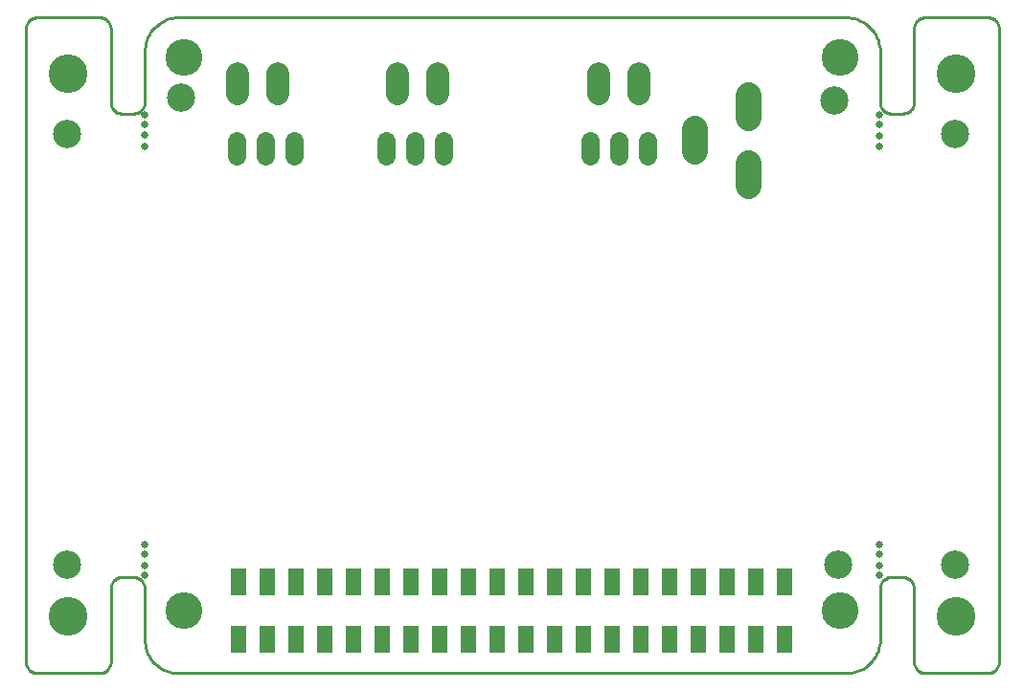
<source format=gbr>
G04 EAGLE Gerber RS-274X export*
G75*
%MOIN*%
%FSLAX34Y34*%
%LPD*%
%INSoldermask Bottom*%
%IPPOS*%
%AMOC8*
5,1,8,0,0,1.08239X$1,22.5*%
G01*
%ADD10C,0.128110*%
%ADD11C,0.025000*%
%ADD12C,0.135000*%
%ADD13C,0.098425*%
%ADD14C,0.089118*%
%ADD15C,0.064000*%
%ADD16R,0.054016X0.094173*%
%ADD17C,0.080866*%
%ADD18C,0.010000*%


D10*
X1378Y1378D03*
X24213Y1378D03*
X1378Y20669D03*
X24213Y20669D03*
D11*
X0Y2609D03*
X0Y2953D03*
X0Y3346D03*
X0Y3690D03*
X0Y17570D03*
X0Y18651D03*
X0Y18307D03*
X0Y17963D03*
D12*
X-2657Y1181D03*
X-2657Y20079D03*
D11*
X25579Y2609D03*
X25579Y2953D03*
X25579Y3346D03*
X25579Y3690D03*
D12*
X28248Y1181D03*
X28248Y20079D03*
D11*
X25579Y17570D03*
X25579Y18651D03*
X25579Y18307D03*
X25579Y17913D03*
D13*
X24120Y3000D03*
X24000Y19140D03*
D14*
X19140Y18176D02*
X19140Y17384D01*
X20990Y18566D02*
X20990Y19357D01*
X20990Y16994D02*
X20990Y16203D01*
D13*
X-2700Y3000D03*
X-2700Y18000D03*
D15*
X17500Y17770D02*
X17500Y17230D01*
X16500Y17230D02*
X16500Y17770D01*
X15500Y17770D02*
X15500Y17230D01*
X5200Y17230D02*
X5200Y17770D01*
X4200Y17770D02*
X4200Y17230D01*
X3200Y17230D02*
X3200Y17770D01*
X10400Y17770D02*
X10400Y17230D01*
X9400Y17230D02*
X9400Y17770D01*
X8400Y17770D02*
X8400Y17230D01*
D16*
X22280Y2375D03*
X22280Y385D03*
X21280Y2375D03*
X21280Y385D03*
X20280Y2375D03*
X20280Y385D03*
X19280Y2375D03*
X19280Y385D03*
X18280Y2375D03*
X18280Y385D03*
X17280Y2375D03*
X17280Y385D03*
X16280Y2375D03*
X16280Y385D03*
X15280Y2375D03*
X15280Y385D03*
X14280Y2375D03*
X14280Y385D03*
X13280Y2375D03*
X13280Y385D03*
X12280Y2375D03*
X12280Y385D03*
X11280Y2375D03*
X11280Y385D03*
X10280Y2375D03*
X10280Y385D03*
X9280Y2375D03*
X9280Y385D03*
X8280Y2375D03*
X8280Y385D03*
X7280Y2375D03*
X7280Y385D03*
X6280Y2375D03*
X6280Y385D03*
X5280Y2375D03*
X5280Y385D03*
X4280Y2375D03*
X4280Y385D03*
X3280Y2375D03*
X3280Y385D03*
D13*
X1260Y19260D03*
D17*
X17189Y19396D02*
X17189Y20104D01*
X15811Y20104D02*
X15811Y19396D01*
X4619Y19396D02*
X4619Y20104D01*
X3241Y20104D02*
X3241Y19396D01*
X10189Y19396D02*
X10189Y20104D01*
X8811Y20104D02*
X8811Y19396D01*
D13*
X28200Y3000D03*
X28200Y18000D03*
D18*
X-4134Y-394D02*
X-4132Y-428D01*
X-4128Y-462D01*
X-4120Y-496D01*
X-4110Y-528D01*
X-4097Y-560D01*
X-4081Y-591D01*
X-4063Y-620D01*
X-4042Y-647D01*
X-4019Y-672D01*
X-3993Y-695D01*
X-3966Y-716D01*
X-3937Y-735D01*
X-3907Y-751D01*
X-3875Y-764D01*
X-3842Y-774D01*
X-3809Y-781D01*
X-3774Y-786D01*
X-3740Y-787D01*
X-1575Y-787D01*
X-1540Y-786D01*
X-1506Y-781D01*
X-1473Y-774D01*
X-1440Y-764D01*
X-1408Y-751D01*
X-1378Y-735D01*
X-1349Y-716D01*
X-1322Y-695D01*
X-1296Y-672D01*
X-1273Y-647D01*
X-1252Y-620D01*
X-1234Y-591D01*
X-1218Y-560D01*
X-1205Y-528D01*
X-1195Y-496D01*
X-1187Y-462D01*
X-1183Y-428D01*
X-1181Y-394D01*
X-1181Y2165D01*
X-1180Y2200D01*
X-1175Y2234D01*
X-1168Y2267D01*
X-1157Y2300D01*
X-1144Y2332D01*
X-1128Y2362D01*
X-1110Y2391D01*
X-1089Y2418D01*
X-1066Y2444D01*
X-1040Y2467D01*
X-1013Y2488D01*
X-984Y2506D01*
X-954Y2522D01*
X-922Y2535D01*
X-889Y2546D01*
X-856Y2553D01*
X-822Y2558D01*
X-787Y2559D01*
X-394Y2559D01*
X-359Y2558D01*
X-325Y2553D01*
X-292Y2546D01*
X-259Y2535D01*
X-227Y2522D01*
X-197Y2506D01*
X-168Y2488D01*
X-141Y2467D01*
X-115Y2444D01*
X-92Y2418D01*
X-71Y2391D01*
X-53Y2362D01*
X-37Y2332D01*
X-24Y2300D01*
X-13Y2267D01*
X-6Y2234D01*
X-1Y2200D01*
X0Y2165D01*
X0Y394D01*
X4Y291D01*
X18Y189D01*
X40Y88D01*
X71Y-10D01*
X111Y-105D01*
X158Y-197D01*
X214Y-284D01*
X276Y-365D01*
X346Y-441D01*
X422Y-511D01*
X504Y-574D01*
X591Y-629D01*
X682Y-677D01*
X777Y-716D01*
X875Y-747D01*
X976Y-769D01*
X1078Y-783D01*
X1181Y-787D01*
X24409Y-787D01*
X24512Y-783D01*
X24615Y-769D01*
X24715Y-747D01*
X24813Y-716D01*
X24909Y-677D01*
X25000Y-629D01*
X25087Y-574D01*
X25169Y-511D01*
X25245Y-441D01*
X25314Y-365D01*
X25377Y-284D01*
X25432Y-197D01*
X25480Y-105D01*
X25519Y-10D01*
X25550Y88D01*
X25573Y189D01*
X25586Y291D01*
X25591Y394D01*
X25591Y2165D01*
X25592Y2200D01*
X25597Y2234D01*
X25604Y2267D01*
X25614Y2300D01*
X25627Y2332D01*
X25643Y2362D01*
X25662Y2391D01*
X25683Y2418D01*
X25706Y2444D01*
X25731Y2467D01*
X25758Y2488D01*
X25787Y2506D01*
X25818Y2522D01*
X25850Y2535D01*
X25882Y2546D01*
X25916Y2553D01*
X25950Y2558D01*
X25984Y2559D01*
X26378Y2559D01*
X26412Y2558D01*
X26446Y2553D01*
X26480Y2546D01*
X26513Y2535D01*
X26544Y2522D01*
X26575Y2506D01*
X26604Y2488D01*
X26631Y2467D01*
X26656Y2444D01*
X26680Y2418D01*
X26700Y2391D01*
X26719Y2362D01*
X26735Y2332D01*
X26748Y2300D01*
X26758Y2267D01*
X26766Y2234D01*
X26770Y2200D01*
X26772Y2165D01*
X26772Y-394D01*
X26773Y-428D01*
X26778Y-462D01*
X26785Y-496D01*
X26795Y-528D01*
X26809Y-560D01*
X26824Y-591D01*
X26843Y-620D01*
X26864Y-647D01*
X26887Y-672D01*
X26912Y-695D01*
X26940Y-716D01*
X26969Y-735D01*
X26999Y-751D01*
X27031Y-764D01*
X27063Y-774D01*
X27097Y-781D01*
X27131Y-786D01*
X27165Y-787D01*
X29331Y-787D01*
X29365Y-786D01*
X29399Y-781D01*
X29433Y-774D01*
X29465Y-764D01*
X29497Y-751D01*
X29528Y-735D01*
X29557Y-716D01*
X29584Y-695D01*
X29609Y-672D01*
X29632Y-647D01*
X29653Y-620D01*
X29672Y-591D01*
X29688Y-560D01*
X29701Y-528D01*
X29711Y-496D01*
X29718Y-462D01*
X29723Y-428D01*
X29724Y-394D01*
X29724Y21654D01*
X29723Y21688D01*
X29718Y21722D01*
X29711Y21755D01*
X29701Y21788D01*
X29688Y21820D01*
X29672Y21850D01*
X29653Y21879D01*
X29632Y21907D01*
X29609Y21932D01*
X29584Y21955D01*
X29557Y21976D01*
X29528Y21994D01*
X29497Y22010D01*
X29465Y22024D01*
X29433Y22034D01*
X29399Y22041D01*
X29365Y22046D01*
X29331Y22047D01*
X27165Y22047D01*
X27131Y22046D01*
X27097Y22041D01*
X27063Y22034D01*
X27031Y22024D01*
X26999Y22010D01*
X26969Y21994D01*
X26940Y21976D01*
X26912Y21955D01*
X26887Y21932D01*
X26864Y21907D01*
X26843Y21879D01*
X26824Y21850D01*
X26809Y21820D01*
X26795Y21788D01*
X26785Y21755D01*
X26778Y21722D01*
X26773Y21688D01*
X26772Y21654D01*
X26772Y19094D01*
X26770Y19060D01*
X26766Y19026D01*
X26758Y18993D01*
X26748Y18960D01*
X26735Y18928D01*
X26719Y18898D01*
X26700Y18869D01*
X26680Y18841D01*
X26656Y18816D01*
X26631Y18793D01*
X26604Y18772D01*
X26575Y18754D01*
X26544Y18738D01*
X26513Y18725D01*
X26480Y18714D01*
X26446Y18707D01*
X26412Y18702D01*
X26378Y18701D01*
X25984Y18701D01*
X25950Y18702D01*
X25916Y18707D01*
X25882Y18714D01*
X25850Y18725D01*
X25818Y18738D01*
X25787Y18754D01*
X25758Y18772D01*
X25731Y18793D01*
X25706Y18816D01*
X25683Y18841D01*
X25662Y18869D01*
X25643Y18898D01*
X25627Y18928D01*
X25614Y18960D01*
X25604Y18993D01*
X25597Y19026D01*
X25592Y19060D01*
X25591Y19094D01*
X25591Y20866D01*
X25586Y20969D01*
X25573Y21071D01*
X25550Y21172D01*
X25519Y21270D01*
X25480Y21365D01*
X25432Y21457D01*
X25377Y21544D01*
X25314Y21625D01*
X25245Y21701D01*
X25169Y21771D01*
X25087Y21834D01*
X25000Y21889D01*
X24909Y21937D01*
X24813Y21976D01*
X24715Y22007D01*
X24615Y22029D01*
X24512Y22043D01*
X24409Y22047D01*
X1181Y22047D01*
X1078Y22043D01*
X976Y22029D01*
X875Y22007D01*
X777Y21976D01*
X682Y21937D01*
X591Y21889D01*
X504Y21834D01*
X422Y21771D01*
X346Y21701D01*
X276Y21625D01*
X214Y21544D01*
X158Y21457D01*
X111Y21365D01*
X71Y21270D01*
X40Y21172D01*
X18Y21071D01*
X4Y20969D01*
X0Y20866D01*
X0Y19094D01*
X-1Y19060D01*
X-6Y19026D01*
X-13Y18993D01*
X-24Y18960D01*
X-37Y18928D01*
X-53Y18898D01*
X-71Y18869D01*
X-92Y18841D01*
X-115Y18816D01*
X-141Y18793D01*
X-168Y18772D01*
X-197Y18754D01*
X-227Y18738D01*
X-259Y18725D01*
X-292Y18714D01*
X-325Y18707D01*
X-359Y18702D01*
X-394Y18701D01*
X-787Y18701D01*
X-822Y18702D01*
X-856Y18707D01*
X-889Y18714D01*
X-922Y18725D01*
X-954Y18738D01*
X-984Y18754D01*
X-1013Y18772D01*
X-1040Y18793D01*
X-1066Y18816D01*
X-1089Y18841D01*
X-1110Y18869D01*
X-1128Y18898D01*
X-1144Y18928D01*
X-1157Y18960D01*
X-1168Y18993D01*
X-1175Y19026D01*
X-1180Y19060D01*
X-1181Y19094D01*
X-1181Y21654D01*
X-1183Y21688D01*
X-1187Y21722D01*
X-1195Y21755D01*
X-1205Y21788D01*
X-1218Y21820D01*
X-1234Y21850D01*
X-1252Y21879D01*
X-1273Y21907D01*
X-1296Y21932D01*
X-1322Y21955D01*
X-1349Y21976D01*
X-1378Y21994D01*
X-1408Y22010D01*
X-1440Y22024D01*
X-1473Y22034D01*
X-1506Y22041D01*
X-1540Y22046D01*
X-1575Y22047D01*
X-3740Y22047D01*
X-3774Y22046D01*
X-3809Y22041D01*
X-3842Y22034D01*
X-3875Y22024D01*
X-3907Y22010D01*
X-3937Y21994D01*
X-3966Y21976D01*
X-3993Y21955D01*
X-4019Y21932D01*
X-4042Y21907D01*
X-4063Y21879D01*
X-4081Y21850D01*
X-4097Y21820D01*
X-4110Y21788D01*
X-4120Y21755D01*
X-4128Y21722D01*
X-4132Y21688D01*
X-4134Y21654D01*
X-4134Y-394D01*
M02*

</source>
